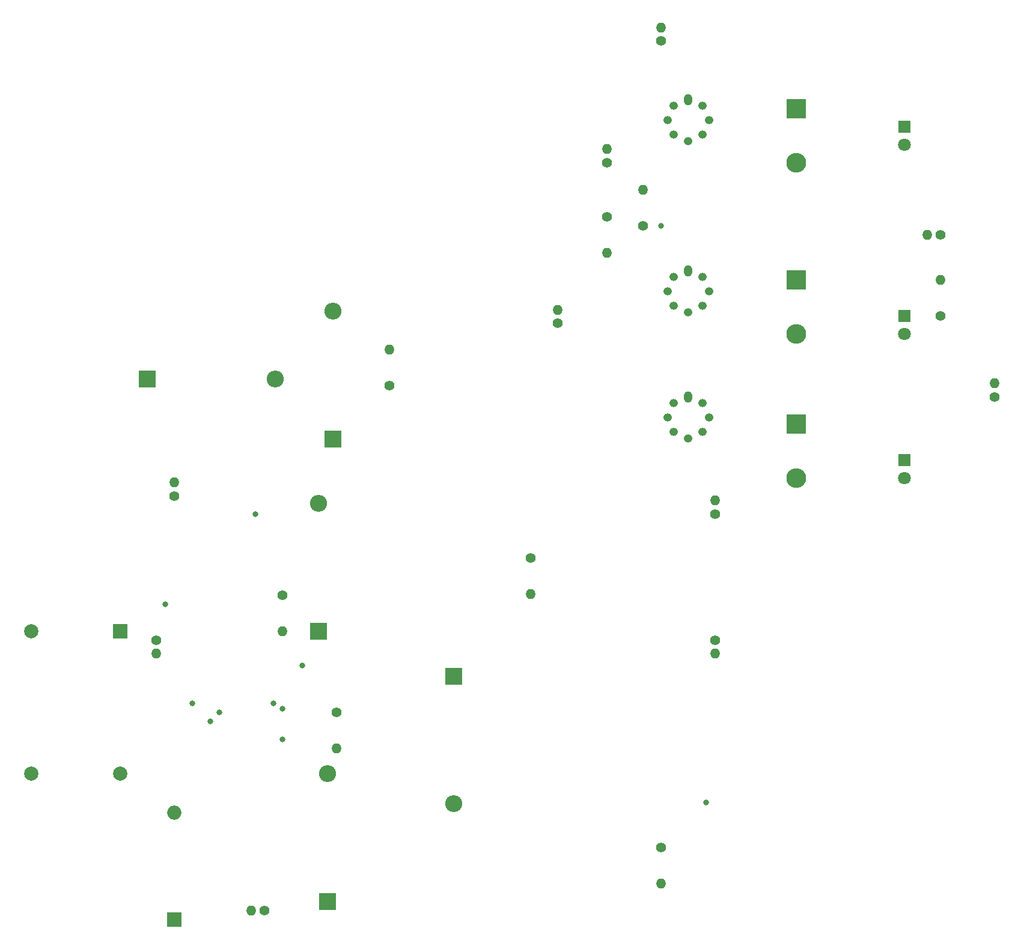
<source format=gbr>
%TF.GenerationSoftware,KiCad,Pcbnew,(5.1.10)-1*%
%TF.CreationDate,2021-06-04T17:59:31+02:00*%
%TF.ProjectId,_Real_EEE3088Project,5f526561-6c5f-4454-9545-333038385072,rev?*%
%TF.SameCoordinates,Original*%
%TF.FileFunction,Copper,L3,Inr*%
%TF.FilePolarity,Positive*%
%FSLAX46Y46*%
G04 Gerber Fmt 4.6, Leading zero omitted, Abs format (unit mm)*
G04 Created by KiCad (PCBNEW (5.1.10)-1) date 2021-06-04 17:59:31*
%MOMM*%
%LPD*%
G01*
G04 APERTURE LIST*
%TA.AperFunction,ComponentPad*%
%ADD10R,1.800000X1.800000*%
%TD*%
%TA.AperFunction,ComponentPad*%
%ADD11C,1.800000*%
%TD*%
%TA.AperFunction,ComponentPad*%
%ADD12O,2.400000X2.400000*%
%TD*%
%TA.AperFunction,ComponentPad*%
%ADD13R,2.400000X2.400000*%
%TD*%
%TA.AperFunction,ComponentPad*%
%ADD14R,2.000000X2.000000*%
%TD*%
%TA.AperFunction,ComponentPad*%
%ADD15C,2.000000*%
%TD*%
%TA.AperFunction,ComponentPad*%
%ADD16O,2.000000X2.000000*%
%TD*%
%TA.AperFunction,ComponentPad*%
%ADD17R,2.800000X2.800000*%
%TD*%
%TA.AperFunction,ComponentPad*%
%ADD18O,2.800000X2.800000*%
%TD*%
%TA.AperFunction,ComponentPad*%
%ADD19O,1.200000X1.200000*%
%TD*%
%TA.AperFunction,ComponentPad*%
%ADD20O,1.200000X1.600000*%
%TD*%
%TA.AperFunction,ComponentPad*%
%ADD21O,1.400000X1.400000*%
%TD*%
%TA.AperFunction,ComponentPad*%
%ADD22C,1.400000*%
%TD*%
%TA.AperFunction,ViaPad*%
%ADD23C,0.800000*%
%TD*%
G04 APERTURE END LIST*
D10*
%TO.N,Net-(LED3-Pad1)*%
%TO.C,LED3*%
X181610000Y-38100000D03*
D11*
%TO.N,Net-(D3-Pad2)*%
X181610000Y-40640000D03*
%TD*%
D12*
%TO.N,Net-(C3-Pad2)*%
%TO.C,C3*%
X99060000Y-91220000D03*
D13*
%TO.N,Net-(Buck/Boost1-Pad12)*%
X99060000Y-109220000D03*
%TD*%
D14*
%TO.N,Net-(Buck/Boost1-Pad4)*%
%TO.C,L1*%
X71120000Y-109220000D03*
D15*
%TO.N,Net-(Buck/Boost1-Pad6)*%
X71120000Y-129320000D03*
%TO.N,N/C*%
X58620000Y-109220000D03*
X58620000Y-129320000D03*
%TD*%
D14*
%TO.N,Net-(Buck/Boost1-Pad1)*%
%TO.C,C1*%
X78740000Y-149860000D03*
D16*
%TO.N,GND*%
X78740000Y-134860000D03*
%TD*%
D13*
%TO.N,Vin*%
%TO.C,C2*%
X101060001Y-82144999D03*
D12*
%TO.N,GND*%
X101060001Y-64144999D03*
%TD*%
D13*
%TO.N,Net-(Buck/Boost1-Pad7)*%
%TO.C,C4*%
X118110000Y-115570000D03*
D12*
%TO.N,GND*%
X118110000Y-133570000D03*
%TD*%
D13*
%TO.N,Net-(C5-Pad1)*%
%TO.C,C5*%
X74930000Y-73660000D03*
D12*
%TO.N,Net-(Buck/Boost1-Pad12)*%
X92930000Y-73660000D03*
%TD*%
%TO.N,GND*%
%TO.C,C6*%
X100330000Y-129320000D03*
D13*
%TO.N,/Vreg*%
X100330000Y-147320000D03*
%TD*%
D17*
%TO.N,Net-(D1-Pad1)*%
%TO.C,D1*%
X166370000Y-80010000D03*
D18*
%TO.N,Net-(D1-Pad2)*%
X166370000Y-87630000D03*
%TD*%
%TO.N,Net-(D2-Pad2)*%
%TO.C,D2*%
X166370000Y-67310000D03*
D17*
%TO.N,Net-(D2-Pad1)*%
X166370000Y-59690000D03*
%TD*%
%TO.N,Net-(D3-Pad1)*%
%TO.C,D3*%
X166370000Y-35560000D03*
D18*
%TO.N,Net-(D3-Pad2)*%
X166370000Y-43180000D03*
%TD*%
D10*
%TO.N,Net-(LED1-Pad1)*%
%TO.C,LED1*%
X181610000Y-85090000D03*
D11*
%TO.N,Net-(D1-Pad2)*%
X181610000Y-87630000D03*
%TD*%
%TO.N,Net-(D2-Pad2)*%
%TO.C,LED2*%
X181610000Y-67310000D03*
D10*
%TO.N,Net-(LED2-Pad1)*%
X181610000Y-64770000D03*
%TD*%
D19*
%TO.N,GND*%
%TO.C,OP1*%
X153194752Y-77055248D03*
%TO.N,Vin*%
X154050000Y-79120000D03*
%TO.N,Net-(D1-Pad1)*%
X153194752Y-81184752D03*
%TO.N,Net-(OP1-Pad5)*%
X151130000Y-82040000D03*
%TO.N,GND*%
X149065248Y-81184752D03*
%TO.N,Net-(OP1-Pad3)*%
X148210000Y-79120000D03*
%TO.N,Net-(OP1-Pad2)*%
X149065248Y-77055248D03*
D20*
%TO.N,GND*%
X151130000Y-76200000D03*
%TD*%
%TO.N,GND*%
%TO.C,OP2*%
X151130000Y-58420000D03*
D19*
%TO.N,Net-(OP2-Pad2)*%
X149065248Y-59275248D03*
%TO.N,Net-(OP1-Pad3)*%
X148210000Y-61340000D03*
%TO.N,GND*%
X149065248Y-63404752D03*
%TO.N,Net-(OP2-Pad5)*%
X151130000Y-64260000D03*
%TO.N,Net-(D2-Pad1)*%
X153194752Y-63404752D03*
%TO.N,Vin*%
X154050000Y-61340000D03*
%TO.N,GND*%
X153194752Y-59275248D03*
%TD*%
D20*
%TO.N,GND*%
%TO.C,OP3*%
X151130000Y-34290000D03*
D19*
%TO.N,Net-(OP3-Pad2)*%
X149065248Y-35145248D03*
%TO.N,Net-(OP1-Pad3)*%
X148210000Y-37210000D03*
%TO.N,GND*%
X149065248Y-39274752D03*
%TO.N,Net-(OP3-Pad5)*%
X151130000Y-40130000D03*
%TO.N,Net-(D3-Pad1)*%
X153194752Y-39274752D03*
%TO.N,Vin*%
X154050000Y-37210000D03*
%TO.N,GND*%
X153194752Y-35145248D03*
%TD*%
D21*
%TO.N,Net-(Buck/Boost1-Pad1)*%
%TO.C,R1*%
X89540000Y-148590000D03*
D22*
%TO.N,Vin*%
X91440000Y-148590000D03*
%TD*%
%TO.N,Net-(Buck/Boost1-Pad2)*%
%TO.C,R2*%
X76200000Y-110490000D03*
D21*
%TO.N,GND*%
X76200000Y-112390000D03*
%TD*%
D22*
%TO.N,/Vreg*%
%TO.C,R3*%
X154940000Y-110490000D03*
D21*
%TO.N,Net-(R3-Pad2)*%
X154940000Y-112390000D03*
%TD*%
D22*
%TO.N,Net-(Buck/Boost1-Pad7)*%
%TO.C,R4*%
X101600000Y-120650000D03*
D21*
%TO.N,GND*%
X101600000Y-125730000D03*
%TD*%
D22*
%TO.N,Net-(C3-Pad2)*%
%TO.C,R5*%
X93980000Y-104140000D03*
D21*
%TO.N,Net-(Buck/Boost1-Pad11)*%
X93980000Y-109220000D03*
%TD*%
D22*
%TO.N,/Vreg*%
%TO.C,R6*%
X128985001Y-98944999D03*
D21*
%TO.N,Net-(Buck/Boost1-Pad12)*%
X128985001Y-104024999D03*
%TD*%
%TO.N,GND*%
%TO.C,R7*%
X109055001Y-69534999D03*
D22*
%TO.N,Net-(Buck/Boost1-Pad12)*%
X109055001Y-74614999D03*
%TD*%
D21*
%TO.N,/Vtemp*%
%TO.C,R8*%
X132745001Y-63924999D03*
D22*
%TO.N,Net-(OP1-Pad3)*%
X132745001Y-65824999D03*
%TD*%
D21*
%TO.N,Net-(C5-Pad1)*%
%TO.C,R9*%
X78740000Y-88270000D03*
D22*
%TO.N,/Vreg*%
X78740000Y-90170000D03*
%TD*%
D21*
%TO.N,GND*%
%TO.C,R10*%
X194310000Y-74300000D03*
D22*
%TO.N,Net-(LED1-Pad1)*%
X194310000Y-76200000D03*
%TD*%
%TO.N,/Vreg*%
%TO.C,R11*%
X154940000Y-92710000D03*
D21*
%TO.N,Net-(OP1-Pad2)*%
X154940000Y-90810000D03*
%TD*%
%TO.N,GND*%
%TO.C,R12*%
X147320000Y-144780000D03*
D22*
%TO.N,Net-(OP1-Pad2)*%
X147320000Y-139700000D03*
%TD*%
D21*
%TO.N,GND*%
%TO.C,R13*%
X186690000Y-59690000D03*
D22*
%TO.N,Net-(LED2-Pad1)*%
X186690000Y-64770000D03*
%TD*%
%TO.N,/Vreg*%
%TO.C,R14*%
X139700000Y-50800000D03*
D21*
%TO.N,Net-(OP2-Pad2)*%
X139700000Y-55880000D03*
%TD*%
%TO.N,GND*%
%TO.C,R15*%
X144780000Y-46990000D03*
D22*
%TO.N,Net-(OP2-Pad2)*%
X144780000Y-52070000D03*
%TD*%
%TO.N,Net-(LED3-Pad1)*%
%TO.C,R16*%
X186690000Y-53340000D03*
D21*
%TO.N,GND*%
X184790000Y-53340000D03*
%TD*%
D22*
%TO.N,/Vreg*%
%TO.C,R17*%
X139700000Y-43180000D03*
D21*
%TO.N,Net-(OP3-Pad2)*%
X139700000Y-41280000D03*
%TD*%
%TO.N,GND*%
%TO.C,R18*%
X147320000Y-24130000D03*
D22*
%TO.N,Net-(OP3-Pad2)*%
X147320000Y-26030000D03*
%TD*%
D23*
%TO.N,Net-(Buck/Boost1-Pad2)*%
X93980000Y-124460000D03*
%TO.N,GND*%
X96775001Y-114044999D03*
%TO.N,Net-(Buck/Boost1-Pad4)*%
X93980000Y-120175000D03*
%TO.N,Net-(Buck/Boost1-Pad6)*%
X92710000Y-119399999D03*
%TO.N,Vin*%
X90170000Y-92710000D03*
X81280000Y-119380000D03*
X77470000Y-105410000D03*
%TO.N,Net-(Buck/Boost1-Pad11)*%
X85090000Y-120650000D03*
%TO.N,Net-(Buck/Boost1-Pad12)*%
X83820000Y-121920000D03*
%TO.N,Net-(OP1-Pad2)*%
X153670000Y-133350000D03*
%TO.N,Net-(OP1-Pad3)*%
X147320000Y-52070000D03*
%TD*%
M02*

</source>
